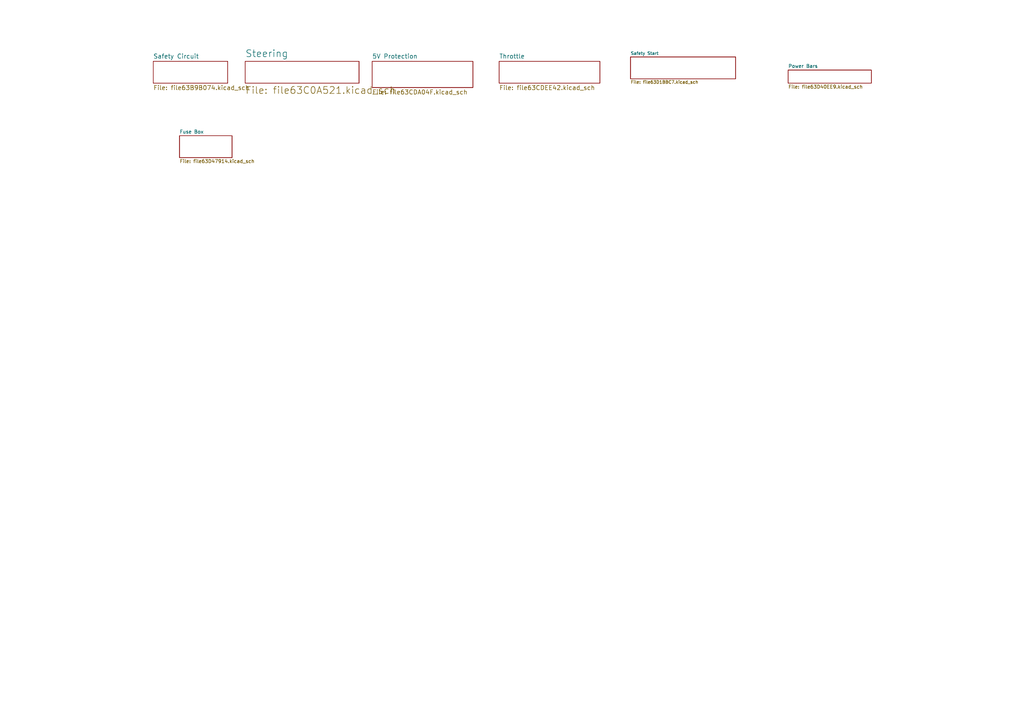
<source format=kicad_sch>
(kicad_sch (version 20230121) (generator eeschema)
  (paper "A4")
  (lib_symbols)
  (sheet (at 44.45 17.78) (size 21.59 6.35)
    (property "Sheetname" "Safety Circuit " (at 44.45 17.0684 0) (effects (justify left bottom)))
    (property "Sheetfile" "file63B9B074.kicad_sch" (at 44.45 24.7146 0) (effects (justify left top)))
  )
  (sheet (at 71.12 17.78) (size 33.02 6.35)
    (property "Sheetname" "Steering " (at 71.12 16.7001 0) (effects (font (size 2.0066 2.0066)) (justify left bottom)))
    (property "Sheetfile" "file63C0A521.kicad_sch" (at 71.12 25.0092 0) (effects (font (size 2.0066 2.0066)) (justify left top)))
  )
  (sheet (at 107.95 17.78) (size 29.21 7.62)
    (property "Sheetname" "5V Protection " (at 107.95 17.0684 0) (effects (justify left bottom)))
    (property "Sheetfile" "file63CDA04F.kicad_sch" (at 107.95 25.9846 0) (effects (justify left top)))
  )
  (sheet (at 144.78 17.78) (size 29.21 6.35)
    (property "Sheetname" "Throttle" (at 144.78 17.0684 0) (effects (justify left bottom)))
    (property "Sheetfile" "file63CDEE42.kicad_sch" (at 144.78 24.7146 0) (effects (justify left top)))
  )
  (sheet (at 182.88 16.51) (size 30.48 6.35)
    (property "Sheetname" "Safety Start " (at 182.88 15.9889 0) (effects (font (size 0.889 0.889)) (justify left bottom)))
    (property "Sheetfile" "file63D1BBC7.kicad_sch" (at 182.88 23.2922 0) (effects (font (size 0.889 0.889)) (justify left top)))
  )
  (sheet (at 228.6 20.32) (size 24.13 3.81)
    (property "Sheetname" "Power Bars " (at 228.6 19.7481 0) (effects (font (size 0.9906 0.9906)) (justify left bottom)))
    (property "Sheetfile" "file63D40EE9.kicad_sch" (at 228.6 24.6028 0) (effects (font (size 0.9906 0.9906)) (justify left top)))
  )
  (sheet (at 52.07 39.37) (size 15.24 6.35)
    (property "Sheetname" "Fuse Box " (at 52.07 38.7981 0) (effects (font (size 0.9906 0.9906)) (justify left bottom)))
    (property "Sheetfile" "file63D47914.kicad_sch" (at 52.07 46.1928 0) (effects (font (size 0.9906 0.9906)) (justify left top)))
  )
)
</source>
